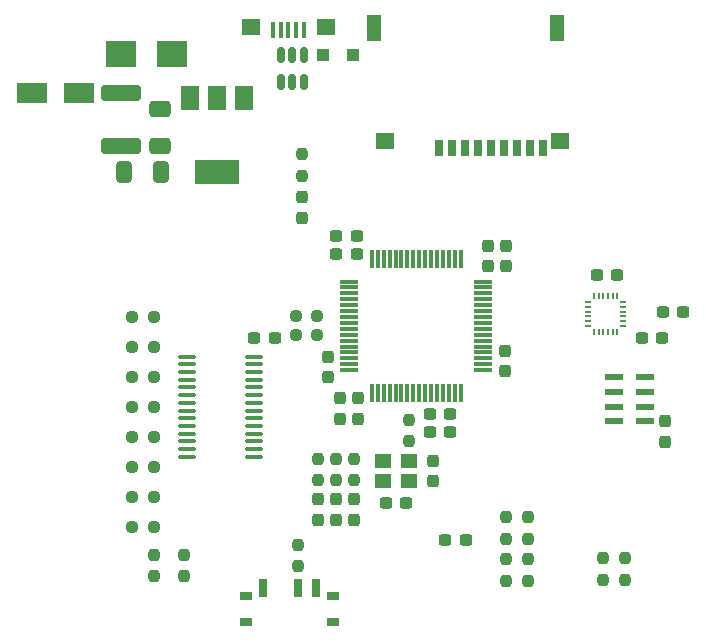
<source format=gbr>
%TF.GenerationSoftware,KiCad,Pcbnew,(6.0.6)*%
%TF.CreationDate,2022-09-02T11:51:31+03:00*%
%TF.ProjectId,FC0,4643302e-6b69-4636-9164-5f7063625858,rev?*%
%TF.SameCoordinates,Original*%
%TF.FileFunction,Paste,Top*%
%TF.FilePolarity,Positive*%
%FSLAX46Y46*%
G04 Gerber Fmt 4.6, Leading zero omitted, Abs format (unit mm)*
G04 Created by KiCad (PCBNEW (6.0.6)) date 2022-09-02 11:51:31*
%MOMM*%
%LPD*%
G01*
G04 APERTURE LIST*
G04 Aperture macros list*
%AMRoundRect*
0 Rectangle with rounded corners*
0 $1 Rounding radius*
0 $2 $3 $4 $5 $6 $7 $8 $9 X,Y pos of 4 corners*
0 Add a 4 corners polygon primitive as box body*
4,1,4,$2,$3,$4,$5,$6,$7,$8,$9,$2,$3,0*
0 Add four circle primitives for the rounded corners*
1,1,$1+$1,$2,$3*
1,1,$1+$1,$4,$5*
1,1,$1+$1,$6,$7*
1,1,$1+$1,$8,$9*
0 Add four rect primitives between the rounded corners*
20,1,$1+$1,$2,$3,$4,$5,0*
20,1,$1+$1,$4,$5,$6,$7,0*
20,1,$1+$1,$6,$7,$8,$9,0*
20,1,$1+$1,$8,$9,$2,$3,0*%
G04 Aperture macros list end*
%ADD10RoundRect,0.100000X-0.637500X-0.100000X0.637500X-0.100000X0.637500X0.100000X-0.637500X0.100000X0*%
%ADD11RoundRect,0.250000X0.412500X0.650000X-0.412500X0.650000X-0.412500X-0.650000X0.412500X-0.650000X0*%
%ADD12RoundRect,0.150000X-0.150000X0.512500X-0.150000X-0.512500X0.150000X-0.512500X0.150000X0.512500X0*%
%ADD13RoundRect,0.237500X-0.237500X0.300000X-0.237500X-0.300000X0.237500X-0.300000X0.237500X0.300000X0*%
%ADD14RoundRect,0.237500X-0.237500X0.287500X-0.237500X-0.287500X0.237500X-0.287500X0.237500X0.287500X0*%
%ADD15RoundRect,0.237500X-0.300000X-0.237500X0.300000X-0.237500X0.300000X0.237500X-0.300000X0.237500X0*%
%ADD16RoundRect,0.237500X0.237500X-0.250000X0.237500X0.250000X-0.237500X0.250000X-0.237500X-0.250000X0*%
%ADD17RoundRect,0.237500X0.237500X-0.287500X0.237500X0.287500X-0.237500X0.287500X-0.237500X-0.287500X0*%
%ADD18RoundRect,0.237500X0.250000X0.237500X-0.250000X0.237500X-0.250000X-0.237500X0.250000X-0.237500X0*%
%ADD19R,1.000000X1.000000*%
%ADD20RoundRect,0.250000X-1.450000X0.400000X-1.450000X-0.400000X1.450000X-0.400000X1.450000X0.400000X0*%
%ADD21RoundRect,0.237500X0.237500X-0.300000X0.237500X0.300000X-0.237500X0.300000X-0.237500X-0.300000X0*%
%ADD22R,1.500000X0.550000*%
%ADD23R,2.500000X2.300000*%
%ADD24RoundRect,0.237500X0.300000X0.237500X-0.300000X0.237500X-0.300000X-0.237500X0.300000X-0.237500X0*%
%ADD25RoundRect,0.237500X-0.237500X0.250000X-0.237500X-0.250000X0.237500X-0.250000X0.237500X0.250000X0*%
%ADD26R,1.000000X0.800000*%
%ADD27R,0.700000X1.500000*%
%ADD28R,0.400000X1.350000*%
%ADD29R,1.600000X1.400000*%
%ADD30RoundRect,0.050000X0.050000X-0.225000X0.050000X0.225000X-0.050000X0.225000X-0.050000X-0.225000X0*%
%ADD31RoundRect,0.050000X0.225000X0.050000X-0.225000X0.050000X-0.225000X-0.050000X0.225000X-0.050000X0*%
%ADD32RoundRect,0.075000X0.075000X-0.700000X0.075000X0.700000X-0.075000X0.700000X-0.075000X-0.700000X0*%
%ADD33RoundRect,0.075000X0.700000X-0.075000X0.700000X0.075000X-0.700000X0.075000X-0.700000X-0.075000X0*%
%ADD34R,2.500000X1.800000*%
%ADD35RoundRect,0.250000X0.650000X-0.412500X0.650000X0.412500X-0.650000X0.412500X-0.650000X-0.412500X0*%
%ADD36R,1.400000X1.200000*%
%ADD37R,0.700000X1.400000*%
%ADD38R,1.200000X2.200000*%
%ADD39R,1.500000X2.000000*%
%ADD40R,3.800000X2.000000*%
G04 APERTURE END LIST*
D10*
%TO.C,U1*%
X111356500Y-128490000D03*
X111356500Y-129140000D03*
X111356500Y-129790000D03*
X111356500Y-130440000D03*
X111356500Y-131090000D03*
X111356500Y-131740000D03*
X111356500Y-132390000D03*
X111356500Y-133040000D03*
X111356500Y-133690000D03*
X111356500Y-134340000D03*
X111356500Y-134990000D03*
X111356500Y-135640000D03*
X111356500Y-136290000D03*
X111356500Y-136940000D03*
X117081500Y-136940000D03*
X117081500Y-136290000D03*
X117081500Y-135640000D03*
X117081500Y-134990000D03*
X117081500Y-134340000D03*
X117081500Y-133690000D03*
X117081500Y-133040000D03*
X117081500Y-132390000D03*
X117081500Y-131740000D03*
X117081500Y-131090000D03*
X117081500Y-130440000D03*
X117081500Y-129790000D03*
X117081500Y-129140000D03*
X117081500Y-128490000D03*
%TD*%
D11*
%TO.C,C20*%
X109220000Y-112853000D03*
X106095000Y-112853000D03*
%TD*%
D12*
%TO.C,U6*%
X121260000Y-102970000D03*
X120310000Y-102970000D03*
X119360000Y-102970000D03*
X119360000Y-105245000D03*
X120310000Y-105245000D03*
X121260000Y-105245000D03*
%TD*%
D13*
%TO.C,C5*%
X151892000Y-133955000D03*
X151892000Y-135680000D03*
%TD*%
D14*
%TO.C,D7*%
X121158000Y-114949000D03*
X121158000Y-116699000D03*
%TD*%
D15*
%TO.C,C4*%
X151662000Y-124676000D03*
X153387000Y-124676000D03*
%TD*%
%TO.C,C15*%
X128222500Y-140888000D03*
X129947500Y-140888000D03*
%TD*%
D16*
%TO.C,R18*%
X138404000Y-147470250D03*
X138404000Y-145645250D03*
%TD*%
D17*
%TO.C,D2*%
X123973000Y-142315500D03*
X123973000Y-140565500D03*
%TD*%
D18*
%TO.C,R7*%
X108581500Y-140335000D03*
X106756500Y-140335000D03*
%TD*%
D19*
%TO.C,D4*%
X125411000Y-102972000D03*
X122911000Y-102972000D03*
%TD*%
D16*
%TO.C,R17*%
X140254000Y-147470250D03*
X140254000Y-145645250D03*
%TD*%
D18*
%TO.C,R6*%
X108581500Y-137795000D03*
X106756500Y-137795000D03*
%TD*%
D20*
%TO.C,F1*%
X105841000Y-106172000D03*
X105841000Y-110622000D03*
%TD*%
D21*
%TO.C,C17*%
X138423000Y-120839800D03*
X138423000Y-119114800D03*
%TD*%
D22*
%TO.C,U3*%
X150169000Y-133955000D03*
X150169000Y-132705000D03*
X150169000Y-131455000D03*
X150169000Y-130205000D03*
X147519000Y-130205000D03*
X147519000Y-131455000D03*
X147519000Y-132705000D03*
X147519000Y-133955000D03*
%TD*%
D18*
%TO.C,R3*%
X108581500Y-130175000D03*
X106756500Y-130175000D03*
%TD*%
D16*
%TO.C,R21*%
X140254000Y-143914250D03*
X140254000Y-142089250D03*
%TD*%
D15*
%TO.C,C14*%
X133249500Y-144018000D03*
X134974500Y-144018000D03*
%TD*%
D23*
%TO.C,D6*%
X105841000Y-102870000D03*
X110141000Y-102870000D03*
%TD*%
D24*
%TO.C,C3*%
X147836000Y-121574000D03*
X146111000Y-121574000D03*
%TD*%
D16*
%TO.C,R22*%
X138404000Y-143914250D03*
X138404000Y-142089250D03*
%TD*%
D25*
%TO.C,R25*%
X111125000Y-145264500D03*
X111125000Y-147089500D03*
%TD*%
D15*
%TO.C,C13*%
X131940500Y-134886000D03*
X133665500Y-134886000D03*
%TD*%
D26*
%TO.C,SW2*%
X116423000Y-148732000D03*
X123723000Y-148732000D03*
X123723000Y-150942000D03*
X116423000Y-150942000D03*
D27*
X117823000Y-148082000D03*
X120823000Y-148082000D03*
X122323000Y-148082000D03*
%TD*%
D21*
%TO.C,C8*%
X138296000Y-129731500D03*
X138296000Y-128006500D03*
%TD*%
D13*
%TO.C,C16*%
X132206000Y-137285500D03*
X132206000Y-139010500D03*
%TD*%
D25*
%TO.C,R13*%
X122449000Y-137108500D03*
X122449000Y-138933500D03*
%TD*%
D24*
%TO.C,C18*%
X125773500Y-118249000D03*
X124048500Y-118249000D03*
%TD*%
D28*
%TO.C,J14*%
X121285000Y-100791000D03*
X120635000Y-100791000D03*
X119985000Y-100791000D03*
X119335000Y-100791000D03*
X118685000Y-100791000D03*
D29*
X123185000Y-100566000D03*
X116785000Y-100566000D03*
%TD*%
D18*
%TO.C,R4*%
X108581500Y-132715000D03*
X106756500Y-132715000D03*
%TD*%
D24*
%TO.C,C1*%
X118806500Y-126873000D03*
X117081500Y-126873000D03*
%TD*%
D30*
%TO.C,U2*%
X145836000Y-126376000D03*
X146236000Y-126376000D03*
X146636000Y-126376000D03*
X147036000Y-126376000D03*
X147436000Y-126376000D03*
X147836000Y-126376000D03*
D31*
X148336000Y-125876000D03*
X148336000Y-125476000D03*
X148336000Y-125076000D03*
X148336000Y-124676000D03*
X148336000Y-124276000D03*
X148336000Y-123876000D03*
D30*
X147836000Y-123376000D03*
X147436000Y-123376000D03*
X147036000Y-123376000D03*
X146636000Y-123376000D03*
X146236000Y-123376000D03*
X145836000Y-123376000D03*
D31*
X145336000Y-123876000D03*
X145336000Y-124276000D03*
X145336000Y-124676000D03*
X145336000Y-125076000D03*
X145336000Y-125476000D03*
X145336000Y-125876000D03*
%TD*%
D18*
%TO.C,R11*%
X122442000Y-126633000D03*
X120617000Y-126633000D03*
%TD*%
D16*
%TO.C,R20*%
X146649000Y-147367000D03*
X146649000Y-145542000D03*
%TD*%
D13*
%TO.C,C9*%
X136873600Y-119114800D03*
X136873600Y-120839800D03*
%TD*%
D32*
%TO.C,U4*%
X127053000Y-131544000D03*
X127553000Y-131544000D03*
X128053000Y-131544000D03*
X128553000Y-131544000D03*
X129053000Y-131544000D03*
X129553000Y-131544000D03*
X130053000Y-131544000D03*
X130553000Y-131544000D03*
X131053000Y-131544000D03*
X131553000Y-131544000D03*
X132053000Y-131544000D03*
X132553000Y-131544000D03*
X133053000Y-131544000D03*
X133553000Y-131544000D03*
X134053000Y-131544000D03*
X134553000Y-131544000D03*
D33*
X136478000Y-129619000D03*
X136478000Y-129119000D03*
X136478000Y-128619000D03*
X136478000Y-128119000D03*
X136478000Y-127619000D03*
X136478000Y-127119000D03*
X136478000Y-126619000D03*
X136478000Y-126119000D03*
X136478000Y-125619000D03*
X136478000Y-125119000D03*
X136478000Y-124619000D03*
X136478000Y-124119000D03*
X136478000Y-123619000D03*
X136478000Y-123119000D03*
X136478000Y-122619000D03*
X136478000Y-122119000D03*
D32*
X134553000Y-120194000D03*
X134053000Y-120194000D03*
X133553000Y-120194000D03*
X133053000Y-120194000D03*
X132553000Y-120194000D03*
X132053000Y-120194000D03*
X131553000Y-120194000D03*
X131053000Y-120194000D03*
X130553000Y-120194000D03*
X130053000Y-120194000D03*
X129553000Y-120194000D03*
X129053000Y-120194000D03*
X128553000Y-120194000D03*
X128053000Y-120194000D03*
X127553000Y-120194000D03*
X127053000Y-120194000D03*
D33*
X125128000Y-122119000D03*
X125128000Y-122619000D03*
X125128000Y-123119000D03*
X125128000Y-123619000D03*
X125128000Y-124119000D03*
X125128000Y-124619000D03*
X125128000Y-125119000D03*
X125128000Y-125619000D03*
X125128000Y-126119000D03*
X125128000Y-126619000D03*
X125128000Y-127119000D03*
X125128000Y-127619000D03*
X125128000Y-128119000D03*
X125128000Y-128619000D03*
X125128000Y-129119000D03*
X125128000Y-129619000D03*
%TD*%
D25*
%TO.C,R9*%
X120823000Y-144399000D03*
X120823000Y-146224000D03*
%TD*%
D18*
%TO.C,R8*%
X108581500Y-142875000D03*
X106756500Y-142875000D03*
%TD*%
D21*
%TO.C,C7*%
X125850000Y-133716500D03*
X125850000Y-131991500D03*
%TD*%
D34*
%TO.C,D5*%
X98235000Y-106172000D03*
X102235000Y-106172000D03*
%TD*%
D25*
%TO.C,R14*%
X123973000Y-137108500D03*
X123973000Y-138933500D03*
%TD*%
D16*
%TO.C,R19*%
X148499000Y-147367000D03*
X148499000Y-145542000D03*
%TD*%
D21*
%TO.C,C6*%
X124326000Y-133716500D03*
X124326000Y-131991500D03*
%TD*%
D18*
%TO.C,R12*%
X122442000Y-125077000D03*
X120617000Y-125077000D03*
%TD*%
%TO.C,R1*%
X108581500Y-125095000D03*
X106756500Y-125095000D03*
%TD*%
D17*
%TO.C,D1*%
X122449000Y-142315500D03*
X122449000Y-140565500D03*
%TD*%
D35*
%TO.C,C19*%
X109093000Y-110622000D03*
X109093000Y-107497000D03*
%TD*%
D25*
%TO.C,R15*%
X125497000Y-137108500D03*
X125497000Y-138933500D03*
%TD*%
D13*
%TO.C,C11*%
X123310000Y-128506500D03*
X123310000Y-130231500D03*
%TD*%
D25*
%TO.C,R10*%
X130185000Y-133806500D03*
X130185000Y-135631500D03*
%TD*%
D36*
%TO.C,Y1*%
X127985000Y-138998000D03*
X130185000Y-138998000D03*
X130185000Y-137298000D03*
X127985000Y-137298000D03*
%TD*%
D15*
%TO.C,C10*%
X124048500Y-119773000D03*
X125773500Y-119773000D03*
%TD*%
D17*
%TO.C,D3*%
X125497000Y-142315500D03*
X125497000Y-140565500D03*
%TD*%
D37*
%TO.C,J1*%
X132754000Y-110836000D03*
X133854000Y-110836000D03*
X134954000Y-110836000D03*
X136054000Y-110836000D03*
X137154000Y-110836000D03*
X138254000Y-110836000D03*
X139354000Y-110836000D03*
X140454000Y-110836000D03*
X141554000Y-110836000D03*
D29*
X143004000Y-110236000D03*
X128154000Y-110236000D03*
D38*
X142754000Y-100636000D03*
X127254000Y-100636000D03*
%TD*%
D15*
%TO.C,C12*%
X131940500Y-133362000D03*
X133665500Y-133362000D03*
%TD*%
D18*
%TO.C,R5*%
X108581500Y-135255000D03*
X106756500Y-135255000D03*
%TD*%
D15*
%TO.C,C2*%
X149884000Y-126908000D03*
X151609000Y-126908000D03*
%TD*%
D18*
%TO.C,R2*%
X108581500Y-127635000D03*
X106756500Y-127635000D03*
%TD*%
D25*
%TO.C,R24*%
X108585000Y-145264500D03*
X108585000Y-147089500D03*
%TD*%
D39*
%TO.C,U5*%
X116233000Y-106553000D03*
X113933000Y-106553000D03*
D40*
X113933000Y-112853000D03*
D39*
X111633000Y-106553000D03*
%TD*%
D16*
%TO.C,R16*%
X121158000Y-113180500D03*
X121158000Y-111355500D03*
%TD*%
M02*

</source>
